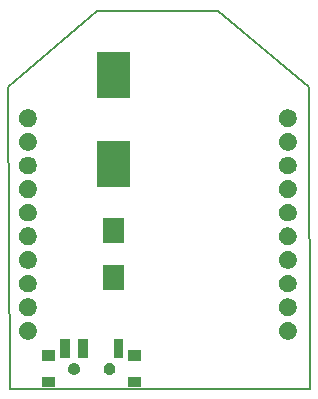
<source format=gbs>
%TF.GenerationSoftware,KiCad,Pcbnew,(5.1.0-511-gbeef7c9f2)*%
%TF.CreationDate,2019-05-09T17:34:55+09:00*%
%TF.ProjectId,xbee,78626565-2e6b-4696-9361-645f70636258,rev?*%
%TF.SameCoordinates,Original*%
%TF.FileFunction,Soldermask,Bot*%
%TF.FilePolarity,Negative*%
%FSLAX46Y46*%
G04 Gerber Fmt 4.6, Leading zero omitted, Abs format (unit mm)*
G04 Created by KiCad (PCBNEW (5.1.0-511-gbeef7c9f2)) date 2019-05-09 17:34:55*
%MOMM*%
%LPD*%
G04 APERTURE LIST*
%ADD10C,0.150000*%
%ADD11C,0.100000*%
G04 APERTURE END LIST*
D10*
X143250000Y-90250000D02*
X153500000Y-90250000D01*
X135750000Y-96750000D02*
X143250000Y-90250000D01*
X135750000Y-96750000D02*
X135850000Y-122250000D01*
X153500000Y-90250000D02*
X161201100Y-96750000D01*
X161201100Y-96750000D02*
X161250000Y-122250000D01*
X161250000Y-122250000D02*
X135850000Y-122250000D01*
D11*
G36*
X147001000Y-122131000D02*
G01*
X145899000Y-122131000D01*
X145899000Y-121229000D01*
X147001000Y-121229000D01*
X147001000Y-122131000D01*
X147001000Y-122131000D01*
G37*
G36*
X139701000Y-122131000D02*
G01*
X138599000Y-122131000D01*
X138599000Y-121229000D01*
X139701000Y-121229000D01*
X139701000Y-122131000D01*
X139701000Y-122131000D01*
G37*
G36*
X144397740Y-120088627D02*
G01*
X144446136Y-120098253D01*
X144483902Y-120113896D01*
X144537311Y-120136019D01*
X144537312Y-120136020D01*
X144619369Y-120190848D01*
X144689152Y-120260631D01*
X144689153Y-120260633D01*
X144743981Y-120342689D01*
X144781747Y-120433865D01*
X144801000Y-120530655D01*
X144801000Y-120629345D01*
X144781747Y-120726135D01*
X144743981Y-120817311D01*
X144743980Y-120817312D01*
X144689152Y-120899369D01*
X144619369Y-120969152D01*
X144578062Y-120996752D01*
X144537311Y-121023981D01*
X144483902Y-121046104D01*
X144446136Y-121061747D01*
X144397740Y-121071374D01*
X144349345Y-121081000D01*
X144250655Y-121081000D01*
X144202260Y-121071374D01*
X144153864Y-121061747D01*
X144116098Y-121046104D01*
X144062689Y-121023981D01*
X144021938Y-120996752D01*
X143980631Y-120969152D01*
X143910848Y-120899369D01*
X143856020Y-120817312D01*
X143856019Y-120817311D01*
X143818253Y-120726135D01*
X143799000Y-120629345D01*
X143799000Y-120530655D01*
X143818253Y-120433865D01*
X143856019Y-120342689D01*
X143910847Y-120260633D01*
X143910848Y-120260631D01*
X143980631Y-120190848D01*
X144062688Y-120136020D01*
X144062689Y-120136019D01*
X144116098Y-120113896D01*
X144153864Y-120098253D01*
X144202260Y-120088627D01*
X144250655Y-120079000D01*
X144349345Y-120079000D01*
X144397740Y-120088627D01*
X144397740Y-120088627D01*
G37*
G36*
X141397740Y-120088627D02*
G01*
X141446136Y-120098253D01*
X141483902Y-120113896D01*
X141537311Y-120136019D01*
X141537312Y-120136020D01*
X141619369Y-120190848D01*
X141689152Y-120260631D01*
X141689153Y-120260633D01*
X141743981Y-120342689D01*
X141781747Y-120433865D01*
X141801000Y-120530655D01*
X141801000Y-120629345D01*
X141781747Y-120726135D01*
X141743981Y-120817311D01*
X141743980Y-120817312D01*
X141689152Y-120899369D01*
X141619369Y-120969152D01*
X141578062Y-120996752D01*
X141537311Y-121023981D01*
X141483902Y-121046104D01*
X141446136Y-121061747D01*
X141397740Y-121071374D01*
X141349345Y-121081000D01*
X141250655Y-121081000D01*
X141202260Y-121071374D01*
X141153864Y-121061747D01*
X141116098Y-121046104D01*
X141062689Y-121023981D01*
X141021938Y-120996752D01*
X140980631Y-120969152D01*
X140910848Y-120899369D01*
X140856020Y-120817312D01*
X140856019Y-120817311D01*
X140818253Y-120726135D01*
X140799000Y-120629345D01*
X140799000Y-120530655D01*
X140818253Y-120433865D01*
X140856019Y-120342689D01*
X140910847Y-120260633D01*
X140910848Y-120260631D01*
X140980631Y-120190848D01*
X141062688Y-120136020D01*
X141062689Y-120136019D01*
X141116098Y-120113896D01*
X141153864Y-120098253D01*
X141202260Y-120088627D01*
X141250655Y-120079000D01*
X141349345Y-120079000D01*
X141397740Y-120088627D01*
X141397740Y-120088627D01*
G37*
G36*
X147001000Y-119921000D02*
G01*
X145899000Y-119921000D01*
X145899000Y-119019000D01*
X147001000Y-119019000D01*
X147001000Y-119921000D01*
X147001000Y-119921000D01*
G37*
G36*
X139701000Y-119921000D02*
G01*
X138599000Y-119921000D01*
X138599000Y-119019000D01*
X139701000Y-119019000D01*
X139701000Y-119921000D01*
X139701000Y-119921000D01*
G37*
G36*
X142451000Y-119621000D02*
G01*
X141649000Y-119621000D01*
X141649000Y-118019000D01*
X142451000Y-118019000D01*
X142451000Y-119621000D01*
X142451000Y-119621000D01*
G37*
G36*
X140951000Y-119621000D02*
G01*
X140149000Y-119621000D01*
X140149000Y-118019000D01*
X140951000Y-118019000D01*
X140951000Y-119621000D01*
X140951000Y-119621000D01*
G37*
G36*
X145451000Y-119621000D02*
G01*
X144649000Y-119621000D01*
X144649000Y-118019000D01*
X145451000Y-118019000D01*
X145451000Y-119621000D01*
X145451000Y-119621000D01*
G37*
G36*
X159619059Y-116627860D02*
G01*
X159755732Y-116684472D01*
X159878735Y-116766660D01*
X159983340Y-116871265D01*
X160065528Y-116994268D01*
X160122140Y-117130941D01*
X160151000Y-117276033D01*
X160151000Y-117423967D01*
X160122140Y-117569059D01*
X160065528Y-117705732D01*
X159983340Y-117828735D01*
X159878735Y-117933340D01*
X159755732Y-118015528D01*
X159755731Y-118015529D01*
X159755730Y-118015529D01*
X159619059Y-118072140D01*
X159473968Y-118101000D01*
X159326032Y-118101000D01*
X159180941Y-118072140D01*
X159044270Y-118015529D01*
X159044269Y-118015529D01*
X159044268Y-118015528D01*
X158921265Y-117933340D01*
X158816660Y-117828735D01*
X158734472Y-117705732D01*
X158677860Y-117569059D01*
X158649000Y-117423967D01*
X158649000Y-117276033D01*
X158677860Y-117130941D01*
X158734472Y-116994268D01*
X158816660Y-116871265D01*
X158921265Y-116766660D01*
X159044268Y-116684472D01*
X159180941Y-116627860D01*
X159326032Y-116599000D01*
X159473968Y-116599000D01*
X159619059Y-116627860D01*
X159619059Y-116627860D01*
G37*
G36*
X137619059Y-116627860D02*
G01*
X137755732Y-116684472D01*
X137878735Y-116766660D01*
X137983340Y-116871265D01*
X138065528Y-116994268D01*
X138122140Y-117130941D01*
X138151000Y-117276033D01*
X138151000Y-117423967D01*
X138122140Y-117569059D01*
X138065528Y-117705732D01*
X137983340Y-117828735D01*
X137878735Y-117933340D01*
X137755732Y-118015528D01*
X137755731Y-118015529D01*
X137755730Y-118015529D01*
X137619059Y-118072140D01*
X137473968Y-118101000D01*
X137326032Y-118101000D01*
X137180941Y-118072140D01*
X137044270Y-118015529D01*
X137044269Y-118015529D01*
X137044268Y-118015528D01*
X136921265Y-117933340D01*
X136816660Y-117828735D01*
X136734472Y-117705732D01*
X136677860Y-117569059D01*
X136649000Y-117423967D01*
X136649000Y-117276033D01*
X136677860Y-117130941D01*
X136734472Y-116994268D01*
X136816660Y-116871265D01*
X136921265Y-116766660D01*
X137044268Y-116684472D01*
X137180941Y-116627860D01*
X137326032Y-116599000D01*
X137473968Y-116599000D01*
X137619059Y-116627860D01*
X137619059Y-116627860D01*
G37*
G36*
X137619059Y-114627860D02*
G01*
X137755732Y-114684472D01*
X137878735Y-114766660D01*
X137983340Y-114871265D01*
X138065528Y-114994268D01*
X138122140Y-115130941D01*
X138151000Y-115276033D01*
X138151000Y-115423967D01*
X138122140Y-115569059D01*
X138065528Y-115705732D01*
X137983340Y-115828735D01*
X137878735Y-115933340D01*
X137755732Y-116015528D01*
X137755731Y-116015529D01*
X137755730Y-116015529D01*
X137619059Y-116072140D01*
X137473968Y-116101000D01*
X137326032Y-116101000D01*
X137180941Y-116072140D01*
X137044270Y-116015529D01*
X137044269Y-116015529D01*
X137044268Y-116015528D01*
X136921265Y-115933340D01*
X136816660Y-115828735D01*
X136734472Y-115705732D01*
X136677860Y-115569059D01*
X136649000Y-115423967D01*
X136649000Y-115276033D01*
X136677860Y-115130941D01*
X136734472Y-114994268D01*
X136816660Y-114871265D01*
X136921265Y-114766660D01*
X137044268Y-114684472D01*
X137180941Y-114627860D01*
X137326032Y-114599000D01*
X137473968Y-114599000D01*
X137619059Y-114627860D01*
X137619059Y-114627860D01*
G37*
G36*
X159619059Y-114627860D02*
G01*
X159755732Y-114684472D01*
X159878735Y-114766660D01*
X159983340Y-114871265D01*
X160065528Y-114994268D01*
X160122140Y-115130941D01*
X160151000Y-115276033D01*
X160151000Y-115423967D01*
X160122140Y-115569059D01*
X160065528Y-115705732D01*
X159983340Y-115828735D01*
X159878735Y-115933340D01*
X159755732Y-116015528D01*
X159755731Y-116015529D01*
X159755730Y-116015529D01*
X159619059Y-116072140D01*
X159473968Y-116101000D01*
X159326032Y-116101000D01*
X159180941Y-116072140D01*
X159044270Y-116015529D01*
X159044269Y-116015529D01*
X159044268Y-116015528D01*
X158921265Y-115933340D01*
X158816660Y-115828735D01*
X158734472Y-115705732D01*
X158677860Y-115569059D01*
X158649000Y-115423967D01*
X158649000Y-115276033D01*
X158677860Y-115130941D01*
X158734472Y-114994268D01*
X158816660Y-114871265D01*
X158921265Y-114766660D01*
X159044268Y-114684472D01*
X159180941Y-114627860D01*
X159326032Y-114599000D01*
X159473968Y-114599000D01*
X159619059Y-114627860D01*
X159619059Y-114627860D01*
G37*
G36*
X137619059Y-112627860D02*
G01*
X137755732Y-112684472D01*
X137878735Y-112766660D01*
X137983340Y-112871265D01*
X138065528Y-112994268D01*
X138122140Y-113130941D01*
X138151000Y-113276033D01*
X138151000Y-113423967D01*
X138122140Y-113569059D01*
X138065528Y-113705732D01*
X137983340Y-113828735D01*
X137878735Y-113933340D01*
X137755732Y-114015528D01*
X137755731Y-114015529D01*
X137755730Y-114015529D01*
X137619059Y-114072140D01*
X137473968Y-114101000D01*
X137326032Y-114101000D01*
X137180941Y-114072140D01*
X137044270Y-114015529D01*
X137044269Y-114015529D01*
X137044268Y-114015528D01*
X136921265Y-113933340D01*
X136816660Y-113828735D01*
X136734472Y-113705732D01*
X136677860Y-113569059D01*
X136649000Y-113423967D01*
X136649000Y-113276033D01*
X136677860Y-113130941D01*
X136734472Y-112994268D01*
X136816660Y-112871265D01*
X136921265Y-112766660D01*
X137044268Y-112684472D01*
X137180941Y-112627860D01*
X137326032Y-112599000D01*
X137473968Y-112599000D01*
X137619059Y-112627860D01*
X137619059Y-112627860D01*
G37*
G36*
X159619059Y-112627860D02*
G01*
X159755732Y-112684472D01*
X159878735Y-112766660D01*
X159983340Y-112871265D01*
X160065528Y-112994268D01*
X160122140Y-113130941D01*
X160151000Y-113276033D01*
X160151000Y-113423967D01*
X160122140Y-113569059D01*
X160065528Y-113705732D01*
X159983340Y-113828735D01*
X159878735Y-113933340D01*
X159755732Y-114015528D01*
X159755731Y-114015529D01*
X159755730Y-114015529D01*
X159619059Y-114072140D01*
X159473968Y-114101000D01*
X159326032Y-114101000D01*
X159180941Y-114072140D01*
X159044270Y-114015529D01*
X159044269Y-114015529D01*
X159044268Y-114015528D01*
X158921265Y-113933340D01*
X158816660Y-113828735D01*
X158734472Y-113705732D01*
X158677860Y-113569059D01*
X158649000Y-113423967D01*
X158649000Y-113276033D01*
X158677860Y-113130941D01*
X158734472Y-112994268D01*
X158816660Y-112871265D01*
X158921265Y-112766660D01*
X159044268Y-112684472D01*
X159180941Y-112627860D01*
X159326032Y-112599000D01*
X159473968Y-112599000D01*
X159619059Y-112627860D01*
X159619059Y-112627860D01*
G37*
G36*
X145551000Y-113901000D02*
G01*
X143749000Y-113901000D01*
X143749000Y-111799000D01*
X145551000Y-111799000D01*
X145551000Y-113901000D01*
X145551000Y-113901000D01*
G37*
G36*
X137619059Y-110627860D02*
G01*
X137755732Y-110684472D01*
X137878735Y-110766660D01*
X137983340Y-110871265D01*
X138065528Y-110994268D01*
X138122140Y-111130941D01*
X138151000Y-111276033D01*
X138151000Y-111423967D01*
X138122140Y-111569059D01*
X138065528Y-111705732D01*
X137983340Y-111828735D01*
X137878735Y-111933340D01*
X137755732Y-112015528D01*
X137755731Y-112015529D01*
X137755730Y-112015529D01*
X137619059Y-112072140D01*
X137473968Y-112101000D01*
X137326032Y-112101000D01*
X137180941Y-112072140D01*
X137044270Y-112015529D01*
X137044269Y-112015529D01*
X137044268Y-112015528D01*
X136921265Y-111933340D01*
X136816660Y-111828735D01*
X136734472Y-111705732D01*
X136677860Y-111569059D01*
X136649000Y-111423967D01*
X136649000Y-111276033D01*
X136677860Y-111130941D01*
X136734472Y-110994268D01*
X136816660Y-110871265D01*
X136921265Y-110766660D01*
X137044268Y-110684472D01*
X137180941Y-110627860D01*
X137326032Y-110599000D01*
X137473968Y-110599000D01*
X137619059Y-110627860D01*
X137619059Y-110627860D01*
G37*
G36*
X159619059Y-110627860D02*
G01*
X159755732Y-110684472D01*
X159878735Y-110766660D01*
X159983340Y-110871265D01*
X160065528Y-110994268D01*
X160122140Y-111130941D01*
X160151000Y-111276033D01*
X160151000Y-111423967D01*
X160122140Y-111569059D01*
X160065528Y-111705732D01*
X159983340Y-111828735D01*
X159878735Y-111933340D01*
X159755732Y-112015528D01*
X159755731Y-112015529D01*
X159755730Y-112015529D01*
X159619059Y-112072140D01*
X159473968Y-112101000D01*
X159326032Y-112101000D01*
X159180941Y-112072140D01*
X159044270Y-112015529D01*
X159044269Y-112015529D01*
X159044268Y-112015528D01*
X158921265Y-111933340D01*
X158816660Y-111828735D01*
X158734472Y-111705732D01*
X158677860Y-111569059D01*
X158649000Y-111423967D01*
X158649000Y-111276033D01*
X158677860Y-111130941D01*
X158734472Y-110994268D01*
X158816660Y-110871265D01*
X158921265Y-110766660D01*
X159044268Y-110684472D01*
X159180941Y-110627860D01*
X159326032Y-110599000D01*
X159473968Y-110599000D01*
X159619059Y-110627860D01*
X159619059Y-110627860D01*
G37*
G36*
X137619059Y-108627860D02*
G01*
X137755732Y-108684472D01*
X137878735Y-108766660D01*
X137983340Y-108871265D01*
X138065528Y-108994268D01*
X138122140Y-109130941D01*
X138151000Y-109276033D01*
X138151000Y-109423967D01*
X138122140Y-109569059D01*
X138065528Y-109705732D01*
X137983340Y-109828735D01*
X137878735Y-109933340D01*
X137755732Y-110015528D01*
X137755731Y-110015529D01*
X137755730Y-110015529D01*
X137619059Y-110072140D01*
X137473968Y-110101000D01*
X137326032Y-110101000D01*
X137180941Y-110072140D01*
X137044270Y-110015529D01*
X137044269Y-110015529D01*
X137044268Y-110015528D01*
X136921265Y-109933340D01*
X136816660Y-109828735D01*
X136734472Y-109705732D01*
X136677860Y-109569059D01*
X136649000Y-109423967D01*
X136649000Y-109276033D01*
X136677860Y-109130941D01*
X136734472Y-108994268D01*
X136816660Y-108871265D01*
X136921265Y-108766660D01*
X137044268Y-108684472D01*
X137180941Y-108627860D01*
X137326032Y-108599000D01*
X137473968Y-108599000D01*
X137619059Y-108627860D01*
X137619059Y-108627860D01*
G37*
G36*
X159619059Y-108627860D02*
G01*
X159755732Y-108684472D01*
X159878735Y-108766660D01*
X159983340Y-108871265D01*
X160065528Y-108994268D01*
X160122140Y-109130941D01*
X160151000Y-109276033D01*
X160151000Y-109423967D01*
X160122140Y-109569059D01*
X160065528Y-109705732D01*
X159983340Y-109828735D01*
X159878735Y-109933340D01*
X159755732Y-110015528D01*
X159755731Y-110015529D01*
X159755730Y-110015529D01*
X159619059Y-110072140D01*
X159473968Y-110101000D01*
X159326032Y-110101000D01*
X159180941Y-110072140D01*
X159044270Y-110015529D01*
X159044269Y-110015529D01*
X159044268Y-110015528D01*
X158921265Y-109933340D01*
X158816660Y-109828735D01*
X158734472Y-109705732D01*
X158677860Y-109569059D01*
X158649000Y-109423967D01*
X158649000Y-109276033D01*
X158677860Y-109130941D01*
X158734472Y-108994268D01*
X158816660Y-108871265D01*
X158921265Y-108766660D01*
X159044268Y-108684472D01*
X159180941Y-108627860D01*
X159326032Y-108599000D01*
X159473968Y-108599000D01*
X159619059Y-108627860D01*
X159619059Y-108627860D01*
G37*
G36*
X145551000Y-109901000D02*
G01*
X143749000Y-109901000D01*
X143749000Y-107799000D01*
X145551000Y-107799000D01*
X145551000Y-109901000D01*
X145551000Y-109901000D01*
G37*
G36*
X159619059Y-106627860D02*
G01*
X159755732Y-106684472D01*
X159878735Y-106766660D01*
X159983340Y-106871265D01*
X160065528Y-106994268D01*
X160122140Y-107130941D01*
X160151000Y-107276033D01*
X160151000Y-107423967D01*
X160122140Y-107569059D01*
X160065528Y-107705732D01*
X159983340Y-107828735D01*
X159878735Y-107933340D01*
X159755732Y-108015528D01*
X159755731Y-108015529D01*
X159755730Y-108015529D01*
X159619059Y-108072140D01*
X159473968Y-108101000D01*
X159326032Y-108101000D01*
X159180941Y-108072140D01*
X159044270Y-108015529D01*
X159044269Y-108015529D01*
X159044268Y-108015528D01*
X158921265Y-107933340D01*
X158816660Y-107828735D01*
X158734472Y-107705732D01*
X158677860Y-107569059D01*
X158649000Y-107423967D01*
X158649000Y-107276033D01*
X158677860Y-107130941D01*
X158734472Y-106994268D01*
X158816660Y-106871265D01*
X158921265Y-106766660D01*
X159044268Y-106684472D01*
X159180941Y-106627860D01*
X159326032Y-106599000D01*
X159473968Y-106599000D01*
X159619059Y-106627860D01*
X159619059Y-106627860D01*
G37*
G36*
X137619059Y-106627860D02*
G01*
X137755732Y-106684472D01*
X137878735Y-106766660D01*
X137983340Y-106871265D01*
X138065528Y-106994268D01*
X138122140Y-107130941D01*
X138151000Y-107276033D01*
X138151000Y-107423967D01*
X138122140Y-107569059D01*
X138065528Y-107705732D01*
X137983340Y-107828735D01*
X137878735Y-107933340D01*
X137755732Y-108015528D01*
X137755731Y-108015529D01*
X137755730Y-108015529D01*
X137619059Y-108072140D01*
X137473968Y-108101000D01*
X137326032Y-108101000D01*
X137180941Y-108072140D01*
X137044270Y-108015529D01*
X137044269Y-108015529D01*
X137044268Y-108015528D01*
X136921265Y-107933340D01*
X136816660Y-107828735D01*
X136734472Y-107705732D01*
X136677860Y-107569059D01*
X136649000Y-107423967D01*
X136649000Y-107276033D01*
X136677860Y-107130941D01*
X136734472Y-106994268D01*
X136816660Y-106871265D01*
X136921265Y-106766660D01*
X137044268Y-106684472D01*
X137180941Y-106627860D01*
X137326032Y-106599000D01*
X137473968Y-106599000D01*
X137619059Y-106627860D01*
X137619059Y-106627860D01*
G37*
G36*
X159619059Y-104627860D02*
G01*
X159755732Y-104684472D01*
X159878735Y-104766660D01*
X159983340Y-104871265D01*
X160065528Y-104994268D01*
X160122140Y-105130941D01*
X160151000Y-105276033D01*
X160151000Y-105423967D01*
X160122140Y-105569059D01*
X160065528Y-105705732D01*
X159983340Y-105828735D01*
X159878735Y-105933340D01*
X159755732Y-106015528D01*
X159755731Y-106015529D01*
X159755730Y-106015529D01*
X159619059Y-106072140D01*
X159473968Y-106101000D01*
X159326032Y-106101000D01*
X159180941Y-106072140D01*
X159044270Y-106015529D01*
X159044269Y-106015529D01*
X159044268Y-106015528D01*
X158921265Y-105933340D01*
X158816660Y-105828735D01*
X158734472Y-105705732D01*
X158677860Y-105569059D01*
X158649000Y-105423967D01*
X158649000Y-105276033D01*
X158677860Y-105130941D01*
X158734472Y-104994268D01*
X158816660Y-104871265D01*
X158921265Y-104766660D01*
X159044268Y-104684472D01*
X159180941Y-104627860D01*
X159326032Y-104599000D01*
X159473968Y-104599000D01*
X159619059Y-104627860D01*
X159619059Y-104627860D01*
G37*
G36*
X137619059Y-104627860D02*
G01*
X137755732Y-104684472D01*
X137878735Y-104766660D01*
X137983340Y-104871265D01*
X138065528Y-104994268D01*
X138122140Y-105130941D01*
X138151000Y-105276033D01*
X138151000Y-105423967D01*
X138122140Y-105569059D01*
X138065528Y-105705732D01*
X137983340Y-105828735D01*
X137878735Y-105933340D01*
X137755732Y-106015528D01*
X137755731Y-106015529D01*
X137755730Y-106015529D01*
X137619059Y-106072140D01*
X137473968Y-106101000D01*
X137326032Y-106101000D01*
X137180941Y-106072140D01*
X137044270Y-106015529D01*
X137044269Y-106015529D01*
X137044268Y-106015528D01*
X136921265Y-105933340D01*
X136816660Y-105828735D01*
X136734472Y-105705732D01*
X136677860Y-105569059D01*
X136649000Y-105423967D01*
X136649000Y-105276033D01*
X136677860Y-105130941D01*
X136734472Y-104994268D01*
X136816660Y-104871265D01*
X136921265Y-104766660D01*
X137044268Y-104684472D01*
X137180941Y-104627860D01*
X137326032Y-104599000D01*
X137473968Y-104599000D01*
X137619059Y-104627860D01*
X137619059Y-104627860D01*
G37*
G36*
X146051000Y-105176000D02*
G01*
X143249000Y-105176000D01*
X143249000Y-101324000D01*
X146051000Y-101324000D01*
X146051000Y-105176000D01*
X146051000Y-105176000D01*
G37*
G36*
X159619059Y-102627860D02*
G01*
X159755732Y-102684472D01*
X159878735Y-102766660D01*
X159983340Y-102871265D01*
X160065528Y-102994268D01*
X160122140Y-103130941D01*
X160151000Y-103276033D01*
X160151000Y-103423967D01*
X160122140Y-103569059D01*
X160065528Y-103705732D01*
X159983340Y-103828735D01*
X159878735Y-103933340D01*
X159755732Y-104015528D01*
X159755731Y-104015529D01*
X159755730Y-104015529D01*
X159619059Y-104072140D01*
X159473968Y-104101000D01*
X159326032Y-104101000D01*
X159180941Y-104072140D01*
X159044270Y-104015529D01*
X159044269Y-104015529D01*
X159044268Y-104015528D01*
X158921265Y-103933340D01*
X158816660Y-103828735D01*
X158734472Y-103705732D01*
X158677860Y-103569059D01*
X158649000Y-103423967D01*
X158649000Y-103276033D01*
X158677860Y-103130941D01*
X158734472Y-102994268D01*
X158816660Y-102871265D01*
X158921265Y-102766660D01*
X159044268Y-102684472D01*
X159180941Y-102627860D01*
X159326032Y-102599000D01*
X159473968Y-102599000D01*
X159619059Y-102627860D01*
X159619059Y-102627860D01*
G37*
G36*
X137619059Y-102627860D02*
G01*
X137755732Y-102684472D01*
X137878735Y-102766660D01*
X137983340Y-102871265D01*
X138065528Y-102994268D01*
X138122140Y-103130941D01*
X138151000Y-103276033D01*
X138151000Y-103423967D01*
X138122140Y-103569059D01*
X138065528Y-103705732D01*
X137983340Y-103828735D01*
X137878735Y-103933340D01*
X137755732Y-104015528D01*
X137755731Y-104015529D01*
X137755730Y-104015529D01*
X137619059Y-104072140D01*
X137473968Y-104101000D01*
X137326032Y-104101000D01*
X137180941Y-104072140D01*
X137044270Y-104015529D01*
X137044269Y-104015529D01*
X137044268Y-104015528D01*
X136921265Y-103933340D01*
X136816660Y-103828735D01*
X136734472Y-103705732D01*
X136677860Y-103569059D01*
X136649000Y-103423967D01*
X136649000Y-103276033D01*
X136677860Y-103130941D01*
X136734472Y-102994268D01*
X136816660Y-102871265D01*
X136921265Y-102766660D01*
X137044268Y-102684472D01*
X137180941Y-102627860D01*
X137326032Y-102599000D01*
X137473968Y-102599000D01*
X137619059Y-102627860D01*
X137619059Y-102627860D01*
G37*
G36*
X159619059Y-100627860D02*
G01*
X159755732Y-100684472D01*
X159878735Y-100766660D01*
X159983340Y-100871265D01*
X160065528Y-100994268D01*
X160122140Y-101130941D01*
X160151000Y-101276033D01*
X160151000Y-101423967D01*
X160122140Y-101569059D01*
X160065528Y-101705732D01*
X159983340Y-101828735D01*
X159878735Y-101933340D01*
X159755732Y-102015528D01*
X159755731Y-102015529D01*
X159755730Y-102015529D01*
X159619059Y-102072140D01*
X159473968Y-102101000D01*
X159326032Y-102101000D01*
X159180941Y-102072140D01*
X159044270Y-102015529D01*
X159044269Y-102015529D01*
X159044268Y-102015528D01*
X158921265Y-101933340D01*
X158816660Y-101828735D01*
X158734472Y-101705732D01*
X158677860Y-101569059D01*
X158649000Y-101423967D01*
X158649000Y-101276033D01*
X158677860Y-101130941D01*
X158734472Y-100994268D01*
X158816660Y-100871265D01*
X158921265Y-100766660D01*
X159044268Y-100684472D01*
X159180941Y-100627860D01*
X159326032Y-100599000D01*
X159473968Y-100599000D01*
X159619059Y-100627860D01*
X159619059Y-100627860D01*
G37*
G36*
X137619059Y-100627860D02*
G01*
X137755732Y-100684472D01*
X137878735Y-100766660D01*
X137983340Y-100871265D01*
X138065528Y-100994268D01*
X138122140Y-101130941D01*
X138151000Y-101276033D01*
X138151000Y-101423967D01*
X138122140Y-101569059D01*
X138065528Y-101705732D01*
X137983340Y-101828735D01*
X137878735Y-101933340D01*
X137755732Y-102015528D01*
X137755731Y-102015529D01*
X137755730Y-102015529D01*
X137619059Y-102072140D01*
X137473968Y-102101000D01*
X137326032Y-102101000D01*
X137180941Y-102072140D01*
X137044270Y-102015529D01*
X137044269Y-102015529D01*
X137044268Y-102015528D01*
X136921265Y-101933340D01*
X136816660Y-101828735D01*
X136734472Y-101705732D01*
X136677860Y-101569059D01*
X136649000Y-101423967D01*
X136649000Y-101276033D01*
X136677860Y-101130941D01*
X136734472Y-100994268D01*
X136816660Y-100871265D01*
X136921265Y-100766660D01*
X137044268Y-100684472D01*
X137180941Y-100627860D01*
X137326032Y-100599000D01*
X137473968Y-100599000D01*
X137619059Y-100627860D01*
X137619059Y-100627860D01*
G37*
G36*
X137619059Y-98627860D02*
G01*
X137755732Y-98684472D01*
X137878735Y-98766660D01*
X137983340Y-98871265D01*
X138065528Y-98994268D01*
X138122140Y-99130941D01*
X138151000Y-99276033D01*
X138151000Y-99423967D01*
X138122140Y-99569059D01*
X138065528Y-99705732D01*
X137983340Y-99828735D01*
X137878735Y-99933340D01*
X137755732Y-100015528D01*
X137755731Y-100015529D01*
X137755730Y-100015529D01*
X137619059Y-100072140D01*
X137473968Y-100101000D01*
X137326032Y-100101000D01*
X137180941Y-100072140D01*
X137044270Y-100015529D01*
X137044269Y-100015529D01*
X137044268Y-100015528D01*
X136921265Y-99933340D01*
X136816660Y-99828735D01*
X136734472Y-99705732D01*
X136677860Y-99569059D01*
X136649000Y-99423967D01*
X136649000Y-99276033D01*
X136677860Y-99130941D01*
X136734472Y-98994268D01*
X136816660Y-98871265D01*
X136921265Y-98766660D01*
X137044268Y-98684472D01*
X137180941Y-98627860D01*
X137326032Y-98599000D01*
X137473968Y-98599000D01*
X137619059Y-98627860D01*
X137619059Y-98627860D01*
G37*
G36*
X159619059Y-98627860D02*
G01*
X159755732Y-98684472D01*
X159878735Y-98766660D01*
X159983340Y-98871265D01*
X160065528Y-98994268D01*
X160122140Y-99130941D01*
X160151000Y-99276033D01*
X160151000Y-99423967D01*
X160122140Y-99569059D01*
X160065528Y-99705732D01*
X159983340Y-99828735D01*
X159878735Y-99933340D01*
X159755732Y-100015528D01*
X159755731Y-100015529D01*
X159755730Y-100015529D01*
X159619059Y-100072140D01*
X159473968Y-100101000D01*
X159326032Y-100101000D01*
X159180941Y-100072140D01*
X159044270Y-100015529D01*
X159044269Y-100015529D01*
X159044268Y-100015528D01*
X158921265Y-99933340D01*
X158816660Y-99828735D01*
X158734472Y-99705732D01*
X158677860Y-99569059D01*
X158649000Y-99423967D01*
X158649000Y-99276033D01*
X158677860Y-99130941D01*
X158734472Y-98994268D01*
X158816660Y-98871265D01*
X158921265Y-98766660D01*
X159044268Y-98684472D01*
X159180941Y-98627860D01*
X159326032Y-98599000D01*
X159473968Y-98599000D01*
X159619059Y-98627860D01*
X159619059Y-98627860D01*
G37*
G36*
X146051000Y-97626000D02*
G01*
X143249000Y-97626000D01*
X143249000Y-93774000D01*
X146051000Y-93774000D01*
X146051000Y-97626000D01*
X146051000Y-97626000D01*
G37*
M02*

</source>
